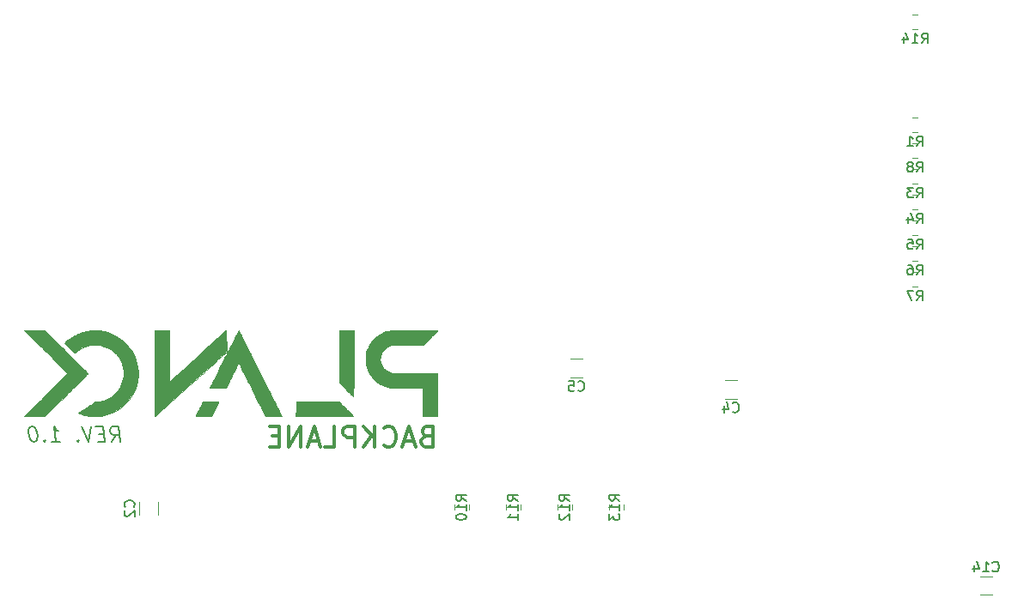
<source format=gbr>
G04 #@! TF.GenerationSoftware,KiCad,Pcbnew,(5.1.6-0-10_14)*
G04 #@! TF.CreationDate,2021-03-04T13:25:14+01:00*
G04 #@! TF.ProjectId,backplane,6261636b-706c-4616-9e65-2e6b69636164,rev?*
G04 #@! TF.SameCoordinates,Original*
G04 #@! TF.FileFunction,Legend,Bot*
G04 #@! TF.FilePolarity,Positive*
%FSLAX46Y46*%
G04 Gerber Fmt 4.6, Leading zero omitted, Abs format (unit mm)*
G04 Created by KiCad (PCBNEW (5.1.6-0-10_14)) date 2021-03-04 13:25:14*
%MOMM*%
%LPD*%
G01*
G04 APERTURE LIST*
%ADD10C,0.300000*%
%ADD11C,0.200000*%
%ADD12C,0.120000*%
%ADD13C,0.010000*%
%ADD14C,0.150000*%
G04 APERTURE END LIST*
D10*
X40826142Y-79867142D02*
X40540428Y-79962380D01*
X40445190Y-80057619D01*
X40349952Y-80248095D01*
X40349952Y-80533809D01*
X40445190Y-80724285D01*
X40540428Y-80819523D01*
X40730904Y-80914761D01*
X41492809Y-80914761D01*
X41492809Y-78914761D01*
X40826142Y-78914761D01*
X40635666Y-79010000D01*
X40540428Y-79105238D01*
X40445190Y-79295714D01*
X40445190Y-79486190D01*
X40540428Y-79676666D01*
X40635666Y-79771904D01*
X40826142Y-79867142D01*
X41492809Y-79867142D01*
X39588047Y-80343333D02*
X38635666Y-80343333D01*
X39778523Y-80914761D02*
X39111857Y-78914761D01*
X38445190Y-80914761D01*
X36635666Y-80724285D02*
X36730904Y-80819523D01*
X37016619Y-80914761D01*
X37207095Y-80914761D01*
X37492809Y-80819523D01*
X37683285Y-80629047D01*
X37778523Y-80438571D01*
X37873761Y-80057619D01*
X37873761Y-79771904D01*
X37778523Y-79390952D01*
X37683285Y-79200476D01*
X37492809Y-79010000D01*
X37207095Y-78914761D01*
X37016619Y-78914761D01*
X36730904Y-79010000D01*
X36635666Y-79105238D01*
X35778523Y-80914761D02*
X35778523Y-78914761D01*
X34635666Y-80914761D02*
X35492809Y-79771904D01*
X34635666Y-78914761D02*
X35778523Y-80057619D01*
X33778523Y-80914761D02*
X33778523Y-78914761D01*
X33016619Y-78914761D01*
X32826142Y-79010000D01*
X32730904Y-79105238D01*
X32635666Y-79295714D01*
X32635666Y-79581428D01*
X32730904Y-79771904D01*
X32826142Y-79867142D01*
X33016619Y-79962380D01*
X33778523Y-79962380D01*
X30826142Y-80914761D02*
X31778523Y-80914761D01*
X31778523Y-78914761D01*
X30254714Y-80343333D02*
X29302333Y-80343333D01*
X30445190Y-80914761D02*
X29778523Y-78914761D01*
X29111857Y-80914761D01*
X28445190Y-80914761D02*
X28445190Y-78914761D01*
X27302333Y-80914761D01*
X27302333Y-78914761D01*
X26349952Y-79867142D02*
X25683285Y-79867142D01*
X25397571Y-80914761D02*
X26349952Y-80914761D01*
X26349952Y-78914761D01*
X25397571Y-78914761D01*
D11*
X9807964Y-80434571D02*
X10218678Y-79720285D01*
X10665107Y-80434571D02*
X10477607Y-78934571D01*
X9906178Y-78934571D01*
X9772250Y-79006000D01*
X9709750Y-79077428D01*
X9656178Y-79220285D01*
X9682964Y-79434571D01*
X9772250Y-79577428D01*
X9852607Y-79648857D01*
X10004392Y-79720285D01*
X10575821Y-79720285D01*
X9066892Y-79648857D02*
X8566892Y-79648857D01*
X8450821Y-80434571D02*
X9165107Y-80434571D01*
X8977607Y-78934571D01*
X8263321Y-78934571D01*
X7834750Y-78934571D02*
X7522250Y-80434571D01*
X6834750Y-78934571D01*
X6504392Y-80291714D02*
X6441892Y-80363142D01*
X6522250Y-80434571D01*
X6584750Y-80363142D01*
X6504392Y-80291714D01*
X6522250Y-80434571D01*
X3879392Y-80434571D02*
X4736535Y-80434571D01*
X4307964Y-80434571D02*
X4120464Y-78934571D01*
X4290107Y-79148857D01*
X4450821Y-79291714D01*
X4602607Y-79363142D01*
X3218678Y-80291714D02*
X3156178Y-80363142D01*
X3236535Y-80434571D01*
X3299035Y-80363142D01*
X3218678Y-80291714D01*
X3236535Y-80434571D01*
X2049035Y-78934571D02*
X1906178Y-78934571D01*
X1772250Y-79006000D01*
X1709750Y-79077428D01*
X1656178Y-79220285D01*
X1620464Y-79506000D01*
X1665107Y-79863142D01*
X1772250Y-80148857D01*
X1861535Y-80291714D01*
X1941892Y-80363142D01*
X2093678Y-80434571D01*
X2236535Y-80434571D01*
X2370464Y-80363142D01*
X2432964Y-80291714D01*
X2486535Y-80148857D01*
X2522250Y-79863142D01*
X2477607Y-79506000D01*
X2370464Y-79220285D01*
X2281178Y-79077428D01*
X2200821Y-79006000D01*
X2049035Y-78934571D01*
D12*
G04 #@! TO.C,C2*
X14372000Y-86392936D02*
X14372000Y-87597064D01*
X12552000Y-86392936D02*
X12552000Y-87597064D01*
G04 #@! TO.C,C5*
X55023936Y-74062000D02*
X56228064Y-74062000D01*
X55023936Y-72242000D02*
X56228064Y-72242000D01*
G04 #@! TO.C,C4*
X70263936Y-76157500D02*
X71468064Y-76157500D01*
X70263936Y-74337500D02*
X71468064Y-74337500D01*
D13*
G04 #@! TO.C,G\u002A\u002A\u002A*
G36*
X32243613Y-74564875D02*
G01*
X32550340Y-74871792D01*
X32635428Y-74957003D01*
X32734890Y-75056730D01*
X32843769Y-75165994D01*
X32957109Y-75279818D01*
X33069951Y-75393224D01*
X33177339Y-75501233D01*
X33240688Y-75565000D01*
X33325560Y-75650147D01*
X33405057Y-75729296D01*
X33476974Y-75800298D01*
X33539110Y-75861005D01*
X33589261Y-75909269D01*
X33625225Y-75942941D01*
X33644799Y-75959873D01*
X33647096Y-75961346D01*
X33649231Y-75951805D01*
X33651281Y-75921596D01*
X33653244Y-75871215D01*
X33655116Y-75801160D01*
X33656893Y-75711928D01*
X33658572Y-75604016D01*
X33660149Y-75477924D01*
X33661621Y-75334147D01*
X33662985Y-75173183D01*
X33664236Y-74995530D01*
X33665372Y-74801686D01*
X33666389Y-74592147D01*
X33667283Y-74367411D01*
X33668051Y-74127976D01*
X33668690Y-73874340D01*
X33669196Y-73606999D01*
X33669566Y-73326452D01*
X33669796Y-73033195D01*
X33669882Y-72727726D01*
X33669883Y-72699033D01*
X33669883Y-69426667D01*
X32230911Y-69426667D01*
X32243613Y-74564875D01*
G37*
X32243613Y-74564875D02*
X32550340Y-74871792D01*
X32635428Y-74957003D01*
X32734890Y-75056730D01*
X32843769Y-75165994D01*
X32957109Y-75279818D01*
X33069951Y-75393224D01*
X33177339Y-75501233D01*
X33240688Y-75565000D01*
X33325560Y-75650147D01*
X33405057Y-75729296D01*
X33476974Y-75800298D01*
X33539110Y-75861005D01*
X33589261Y-75909269D01*
X33625225Y-75942941D01*
X33644799Y-75959873D01*
X33647096Y-75961346D01*
X33649231Y-75951805D01*
X33651281Y-75921596D01*
X33653244Y-75871215D01*
X33655116Y-75801160D01*
X33656893Y-75711928D01*
X33658572Y-75604016D01*
X33660149Y-75477924D01*
X33661621Y-75334147D01*
X33662985Y-75173183D01*
X33664236Y-74995530D01*
X33665372Y-74801686D01*
X33666389Y-74592147D01*
X33667283Y-74367411D01*
X33668051Y-74127976D01*
X33668690Y-73874340D01*
X33669196Y-73606999D01*
X33669566Y-73326452D01*
X33669796Y-73033195D01*
X33669882Y-72727726D01*
X33669883Y-72699033D01*
X33669883Y-69426667D01*
X32230911Y-69426667D01*
X32243613Y-74564875D01*
G36*
X1964551Y-69426793D02*
G01*
X1751835Y-69427205D01*
X1581322Y-69427951D01*
X1449309Y-69429082D01*
X1352094Y-69430647D01*
X1285976Y-69432694D01*
X1247252Y-69435275D01*
X1232221Y-69438437D01*
X1232030Y-69439896D01*
X1242803Y-69450754D01*
X1272206Y-69480178D01*
X1319344Y-69527273D01*
X1383321Y-69591146D01*
X1463242Y-69670904D01*
X1558210Y-69765654D01*
X1667331Y-69874502D01*
X1789707Y-69996556D01*
X1924444Y-70130921D01*
X2070645Y-70276704D01*
X2227415Y-70433013D01*
X2393858Y-70598953D01*
X2569079Y-70773632D01*
X2752180Y-70956157D01*
X2942268Y-71145633D01*
X3138446Y-71341168D01*
X3339818Y-71541869D01*
X3354561Y-71556562D01*
X5465105Y-73660000D01*
X3354561Y-75763437D01*
X3152848Y-75964477D01*
X2956265Y-76160416D01*
X2765706Y-76350360D01*
X2582069Y-76533417D01*
X2406249Y-76708694D01*
X2239141Y-76875297D01*
X2081641Y-77032332D01*
X1934645Y-77178907D01*
X1799049Y-77314127D01*
X1675749Y-77437101D01*
X1565639Y-77546934D01*
X1469617Y-77642734D01*
X1388578Y-77723607D01*
X1323418Y-77788659D01*
X1275031Y-77836997D01*
X1244315Y-77867729D01*
X1232165Y-77879961D01*
X1232030Y-77880104D01*
X1238513Y-77883517D01*
X1267190Y-77886329D01*
X1321766Y-77888587D01*
X1405944Y-77890341D01*
X1523427Y-77891642D01*
X1677919Y-77892538D01*
X1873123Y-77893078D01*
X2112743Y-77893314D01*
X2222322Y-77893333D01*
X3224601Y-77893333D01*
X4114544Y-77012271D01*
X4268406Y-76859924D01*
X4433549Y-76696369D01*
X4606532Y-76525016D01*
X4783914Y-76349277D01*
X4962251Y-76172563D01*
X5138102Y-75998284D01*
X5308024Y-75829852D01*
X5468576Y-75670678D01*
X5616315Y-75524172D01*
X5745865Y-75395667D01*
X5881540Y-75261102D01*
X6024245Y-75119645D01*
X6170784Y-74974455D01*
X6317965Y-74828696D01*
X6462592Y-74685529D01*
X6601471Y-74548115D01*
X6731408Y-74419617D01*
X6849210Y-74303196D01*
X6951680Y-74202014D01*
X6981688Y-74172407D01*
X7078593Y-74076486D01*
X7169213Y-73986139D01*
X7251670Y-73903285D01*
X7324082Y-73829843D01*
X7384572Y-73767733D01*
X7431261Y-73718873D01*
X7462268Y-73685183D01*
X7475715Y-73668581D01*
X7476133Y-73667460D01*
X7466483Y-73656121D01*
X7438172Y-73626296D01*
X7392153Y-73578943D01*
X7329381Y-73515018D01*
X7250809Y-73435478D01*
X7157393Y-73341279D01*
X7050085Y-73233377D01*
X6929841Y-73112730D01*
X6797615Y-72980295D01*
X6654361Y-72837026D01*
X6501032Y-72683882D01*
X6338585Y-72521818D01*
X6167972Y-72351792D01*
X5990148Y-72174759D01*
X5806067Y-71991677D01*
X5618875Y-71805677D01*
X5425200Y-71613321D01*
X5234250Y-71423655D01*
X5047167Y-71237816D01*
X4865096Y-71056941D01*
X4689179Y-70882167D01*
X4520561Y-70714630D01*
X4360385Y-70555466D01*
X4209795Y-70405813D01*
X4069934Y-70266807D01*
X3941947Y-70139584D01*
X3826976Y-70025281D01*
X3726166Y-69925035D01*
X3640659Y-69839981D01*
X3571601Y-69771258D01*
X3520133Y-69720000D01*
X3493958Y-69693896D01*
X3226299Y-69426667D01*
X2223171Y-69426667D01*
X1964551Y-69426793D01*
G37*
X1964551Y-69426793D02*
X1751835Y-69427205D01*
X1581322Y-69427951D01*
X1449309Y-69429082D01*
X1352094Y-69430647D01*
X1285976Y-69432694D01*
X1247252Y-69435275D01*
X1232221Y-69438437D01*
X1232030Y-69439896D01*
X1242803Y-69450754D01*
X1272206Y-69480178D01*
X1319344Y-69527273D01*
X1383321Y-69591146D01*
X1463242Y-69670904D01*
X1558210Y-69765654D01*
X1667331Y-69874502D01*
X1789707Y-69996556D01*
X1924444Y-70130921D01*
X2070645Y-70276704D01*
X2227415Y-70433013D01*
X2393858Y-70598953D01*
X2569079Y-70773632D01*
X2752180Y-70956157D01*
X2942268Y-71145633D01*
X3138446Y-71341168D01*
X3339818Y-71541869D01*
X3354561Y-71556562D01*
X5465105Y-73660000D01*
X3354561Y-75763437D01*
X3152848Y-75964477D01*
X2956265Y-76160416D01*
X2765706Y-76350360D01*
X2582069Y-76533417D01*
X2406249Y-76708694D01*
X2239141Y-76875297D01*
X2081641Y-77032332D01*
X1934645Y-77178907D01*
X1799049Y-77314127D01*
X1675749Y-77437101D01*
X1565639Y-77546934D01*
X1469617Y-77642734D01*
X1388578Y-77723607D01*
X1323418Y-77788659D01*
X1275031Y-77836997D01*
X1244315Y-77867729D01*
X1232165Y-77879961D01*
X1232030Y-77880104D01*
X1238513Y-77883517D01*
X1267190Y-77886329D01*
X1321766Y-77888587D01*
X1405944Y-77890341D01*
X1523427Y-77891642D01*
X1677919Y-77892538D01*
X1873123Y-77893078D01*
X2112743Y-77893314D01*
X2222322Y-77893333D01*
X3224601Y-77893333D01*
X4114544Y-77012271D01*
X4268406Y-76859924D01*
X4433549Y-76696369D01*
X4606532Y-76525016D01*
X4783914Y-76349277D01*
X4962251Y-76172563D01*
X5138102Y-75998284D01*
X5308024Y-75829852D01*
X5468576Y-75670678D01*
X5616315Y-75524172D01*
X5745865Y-75395667D01*
X5881540Y-75261102D01*
X6024245Y-75119645D01*
X6170784Y-74974455D01*
X6317965Y-74828696D01*
X6462592Y-74685529D01*
X6601471Y-74548115D01*
X6731408Y-74419617D01*
X6849210Y-74303196D01*
X6951680Y-74202014D01*
X6981688Y-74172407D01*
X7078593Y-74076486D01*
X7169213Y-73986139D01*
X7251670Y-73903285D01*
X7324082Y-73829843D01*
X7384572Y-73767733D01*
X7431261Y-73718873D01*
X7462268Y-73685183D01*
X7475715Y-73668581D01*
X7476133Y-73667460D01*
X7466483Y-73656121D01*
X7438172Y-73626296D01*
X7392153Y-73578943D01*
X7329381Y-73515018D01*
X7250809Y-73435478D01*
X7157393Y-73341279D01*
X7050085Y-73233377D01*
X6929841Y-73112730D01*
X6797615Y-72980295D01*
X6654361Y-72837026D01*
X6501032Y-72683882D01*
X6338585Y-72521818D01*
X6167972Y-72351792D01*
X5990148Y-72174759D01*
X5806067Y-71991677D01*
X5618875Y-71805677D01*
X5425200Y-71613321D01*
X5234250Y-71423655D01*
X5047167Y-71237816D01*
X4865096Y-71056941D01*
X4689179Y-70882167D01*
X4520561Y-70714630D01*
X4360385Y-70555466D01*
X4209795Y-70405813D01*
X4069934Y-70266807D01*
X3941947Y-70139584D01*
X3826976Y-70025281D01*
X3726166Y-69925035D01*
X3640659Y-69839981D01*
X3571601Y-69771258D01*
X3520133Y-69720000D01*
X3493958Y-69693896D01*
X3226299Y-69426667D01*
X2223171Y-69426667D01*
X1964551Y-69426793D01*
G36*
X8095925Y-69427473D02*
G01*
X7957777Y-69430200D01*
X7837682Y-69434841D01*
X7749114Y-69441321D01*
X7743993Y-69441893D01*
X7554697Y-69465772D01*
X7394006Y-69491176D01*
X7244373Y-69521545D01*
X7088249Y-69560321D01*
X6963139Y-69595044D01*
X6768322Y-69658269D01*
X6559822Y-69740119D01*
X6340793Y-69839307D01*
X6232444Y-69892903D01*
X6098188Y-69966290D01*
X5952483Y-70055041D01*
X5801553Y-70154740D01*
X5651621Y-70260973D01*
X5508910Y-70369324D01*
X5379643Y-70475378D01*
X5270043Y-70574722D01*
X5266421Y-70578235D01*
X5164506Y-70677386D01*
X5226916Y-70737297D01*
X5264147Y-70773172D01*
X5315627Y-70822976D01*
X5378864Y-70884281D01*
X5451365Y-70954660D01*
X5530638Y-71031686D01*
X5614190Y-71112933D01*
X5699527Y-71195973D01*
X5784159Y-71278380D01*
X5865591Y-71357726D01*
X5941331Y-71431585D01*
X6008886Y-71497529D01*
X6065764Y-71553132D01*
X6109473Y-71595967D01*
X6137518Y-71623607D01*
X6146633Y-71632757D01*
X6159106Y-71644586D01*
X6171470Y-71649563D01*
X6187786Y-71645447D01*
X6212111Y-71629995D01*
X6248506Y-71600965D01*
X6301030Y-71556115D01*
X6328651Y-71532216D01*
X6514058Y-71384343D01*
X6708008Y-71255094D01*
X6914461Y-71142016D01*
X7084411Y-71064437D01*
X7175814Y-71026928D01*
X7256839Y-70995511D01*
X7320086Y-70972922D01*
X7358159Y-70961895D01*
X7363499Y-70961250D01*
X7400010Y-70956374D01*
X7405853Y-70953312D01*
X7434970Y-70942147D01*
X7497094Y-70926308D01*
X7578926Y-70908721D01*
X7667168Y-70892308D01*
X7724571Y-70883236D01*
X7942136Y-70861515D01*
X8177078Y-70854524D01*
X8411398Y-70862268D01*
X8615732Y-70883087D01*
X8858540Y-70928845D01*
X9093314Y-70995179D01*
X9319440Y-71081733D01*
X9536303Y-71188154D01*
X9743288Y-71314089D01*
X9939782Y-71459183D01*
X10125171Y-71623083D01*
X10298839Y-71805435D01*
X10375501Y-71896502D01*
X10563780Y-72156804D01*
X10720249Y-72433285D01*
X10844871Y-72725867D01*
X10937608Y-73034473D01*
X10953699Y-73104375D01*
X10963494Y-73163349D01*
X10971528Y-73239986D01*
X10977799Y-73330793D01*
X10982308Y-73432280D01*
X10985055Y-73540955D01*
X10986040Y-73653328D01*
X10985263Y-73765907D01*
X10982724Y-73875200D01*
X10978423Y-73977717D01*
X10972359Y-74069967D01*
X10964534Y-74148457D01*
X10954947Y-74209698D01*
X10953699Y-74215625D01*
X10881243Y-74489559D01*
X10786351Y-74746699D01*
X10667596Y-74989424D01*
X10523548Y-75220116D01*
X10352777Y-75441154D01*
X10153856Y-75654921D01*
X10007166Y-75792542D01*
X9865665Y-75909448D01*
X9712705Y-76018678D01*
X9552394Y-76117998D01*
X9388839Y-76205177D01*
X9226145Y-76277982D01*
X9068420Y-76334183D01*
X8955276Y-76364223D01*
X8894769Y-76378879D01*
X8836654Y-76394330D01*
X8724655Y-76418978D01*
X8583438Y-76440371D01*
X8433382Y-76455711D01*
X8353740Y-76460588D01*
X8269139Y-76465126D01*
X8204081Y-76470154D01*
X8176396Y-76473871D01*
X8152173Y-76485597D01*
X8110900Y-76510345D01*
X8061076Y-76542991D01*
X8056030Y-76546438D01*
X8011345Y-76576739D01*
X7944334Y-76621728D01*
X7859630Y-76678324D01*
X7761868Y-76743447D01*
X7655681Y-76814016D01*
X7545702Y-76886951D01*
X7436567Y-76959172D01*
X7332908Y-77027597D01*
X7263748Y-77073125D01*
X7091873Y-77186318D01*
X6941257Y-77285947D01*
X6812816Y-77371393D01*
X6707467Y-77442041D01*
X6626127Y-77497274D01*
X6569711Y-77536475D01*
X6539137Y-77559027D01*
X6533554Y-77564442D01*
X6552190Y-77577797D01*
X6602588Y-77600572D01*
X6676485Y-77629684D01*
X6765615Y-77662049D01*
X6861715Y-77694582D01*
X6956522Y-77724199D01*
X6980039Y-77731070D01*
X7158783Y-77779076D01*
X7328546Y-77816633D01*
X7508094Y-77847354D01*
X7716194Y-77874850D01*
X7743993Y-77878107D01*
X7818923Y-77883972D01*
X7923461Y-77888463D01*
X8046352Y-77891515D01*
X8176343Y-77893061D01*
X8302180Y-77893037D01*
X8412608Y-77891377D01*
X8496375Y-77888015D01*
X8542226Y-77882886D01*
X8542734Y-77882750D01*
X8598093Y-77874125D01*
X8634117Y-77872329D01*
X8682388Y-77868235D01*
X8761200Y-77857651D01*
X8855958Y-77842874D01*
X8952069Y-77826197D01*
X9034936Y-77809915D01*
X9045029Y-77807714D01*
X9304308Y-77740774D01*
X9566286Y-77655075D01*
X9825847Y-77552761D01*
X10077877Y-77435976D01*
X10317261Y-77306864D01*
X10482073Y-77205417D01*
X10765638Y-77004432D01*
X11029089Y-76784693D01*
X11271987Y-76546873D01*
X11493892Y-76291648D01*
X11694365Y-76019693D01*
X11872968Y-75731684D01*
X12029261Y-75428295D01*
X12162805Y-75110202D01*
X12273161Y-74778081D01*
X12359889Y-74432605D01*
X12391880Y-74268542D01*
X12400549Y-74205533D01*
X12407713Y-74124714D01*
X12413374Y-74029432D01*
X12417531Y-73923033D01*
X12420185Y-73808864D01*
X12421335Y-73690271D01*
X12420982Y-73570602D01*
X12419126Y-73453203D01*
X12415766Y-73341420D01*
X12410903Y-73238601D01*
X12404537Y-73148091D01*
X12396668Y-73073239D01*
X12391856Y-73040875D01*
X12316689Y-72683565D01*
X12215307Y-72338802D01*
X12088175Y-72007401D01*
X11935760Y-71690178D01*
X11758527Y-71387950D01*
X11556941Y-71101533D01*
X11331468Y-70831743D01*
X11082573Y-70579396D01*
X10892542Y-70411805D01*
X10674053Y-70242551D01*
X10441697Y-70086368D01*
X10197868Y-69944312D01*
X9944960Y-69817440D01*
X9685364Y-69706807D01*
X9421474Y-69613470D01*
X9155683Y-69538484D01*
X8890383Y-69482906D01*
X8734970Y-69459635D01*
X8647831Y-69448542D01*
X8563579Y-69437764D01*
X8559577Y-69437250D01*
X8483953Y-69431550D01*
X8372487Y-69428072D01*
X8238653Y-69426738D01*
X8095925Y-69427473D01*
G37*
X8095925Y-69427473D02*
X7957777Y-69430200D01*
X7837682Y-69434841D01*
X7749114Y-69441321D01*
X7743993Y-69441893D01*
X7554697Y-69465772D01*
X7394006Y-69491176D01*
X7244373Y-69521545D01*
X7088249Y-69560321D01*
X6963139Y-69595044D01*
X6768322Y-69658269D01*
X6559822Y-69740119D01*
X6340793Y-69839307D01*
X6232444Y-69892903D01*
X6098188Y-69966290D01*
X5952483Y-70055041D01*
X5801553Y-70154740D01*
X5651621Y-70260973D01*
X5508910Y-70369324D01*
X5379643Y-70475378D01*
X5270043Y-70574722D01*
X5266421Y-70578235D01*
X5164506Y-70677386D01*
X5226916Y-70737297D01*
X5264147Y-70773172D01*
X5315627Y-70822976D01*
X5378864Y-70884281D01*
X5451365Y-70954660D01*
X5530638Y-71031686D01*
X5614190Y-71112933D01*
X5699527Y-71195973D01*
X5784159Y-71278380D01*
X5865591Y-71357726D01*
X5941331Y-71431585D01*
X6008886Y-71497529D01*
X6065764Y-71553132D01*
X6109473Y-71595967D01*
X6137518Y-71623607D01*
X6146633Y-71632757D01*
X6159106Y-71644586D01*
X6171470Y-71649563D01*
X6187786Y-71645447D01*
X6212111Y-71629995D01*
X6248506Y-71600965D01*
X6301030Y-71556115D01*
X6328651Y-71532216D01*
X6514058Y-71384343D01*
X6708008Y-71255094D01*
X6914461Y-71142016D01*
X7084411Y-71064437D01*
X7175814Y-71026928D01*
X7256839Y-70995511D01*
X7320086Y-70972922D01*
X7358159Y-70961895D01*
X7363499Y-70961250D01*
X7400010Y-70956374D01*
X7405853Y-70953312D01*
X7434970Y-70942147D01*
X7497094Y-70926308D01*
X7578926Y-70908721D01*
X7667168Y-70892308D01*
X7724571Y-70883236D01*
X7942136Y-70861515D01*
X8177078Y-70854524D01*
X8411398Y-70862268D01*
X8615732Y-70883087D01*
X8858540Y-70928845D01*
X9093314Y-70995179D01*
X9319440Y-71081733D01*
X9536303Y-71188154D01*
X9743288Y-71314089D01*
X9939782Y-71459183D01*
X10125171Y-71623083D01*
X10298839Y-71805435D01*
X10375501Y-71896502D01*
X10563780Y-72156804D01*
X10720249Y-72433285D01*
X10844871Y-72725867D01*
X10937608Y-73034473D01*
X10953699Y-73104375D01*
X10963494Y-73163349D01*
X10971528Y-73239986D01*
X10977799Y-73330793D01*
X10982308Y-73432280D01*
X10985055Y-73540955D01*
X10986040Y-73653328D01*
X10985263Y-73765907D01*
X10982724Y-73875200D01*
X10978423Y-73977717D01*
X10972359Y-74069967D01*
X10964534Y-74148457D01*
X10954947Y-74209698D01*
X10953699Y-74215625D01*
X10881243Y-74489559D01*
X10786351Y-74746699D01*
X10667596Y-74989424D01*
X10523548Y-75220116D01*
X10352777Y-75441154D01*
X10153856Y-75654921D01*
X10007166Y-75792542D01*
X9865665Y-75909448D01*
X9712705Y-76018678D01*
X9552394Y-76117998D01*
X9388839Y-76205177D01*
X9226145Y-76277982D01*
X9068420Y-76334183D01*
X8955276Y-76364223D01*
X8894769Y-76378879D01*
X8836654Y-76394330D01*
X8724655Y-76418978D01*
X8583438Y-76440371D01*
X8433382Y-76455711D01*
X8353740Y-76460588D01*
X8269139Y-76465126D01*
X8204081Y-76470154D01*
X8176396Y-76473871D01*
X8152173Y-76485597D01*
X8110900Y-76510345D01*
X8061076Y-76542991D01*
X8056030Y-76546438D01*
X8011345Y-76576739D01*
X7944334Y-76621728D01*
X7859630Y-76678324D01*
X7761868Y-76743447D01*
X7655681Y-76814016D01*
X7545702Y-76886951D01*
X7436567Y-76959172D01*
X7332908Y-77027597D01*
X7263748Y-77073125D01*
X7091873Y-77186318D01*
X6941257Y-77285947D01*
X6812816Y-77371393D01*
X6707467Y-77442041D01*
X6626127Y-77497274D01*
X6569711Y-77536475D01*
X6539137Y-77559027D01*
X6533554Y-77564442D01*
X6552190Y-77577797D01*
X6602588Y-77600572D01*
X6676485Y-77629684D01*
X6765615Y-77662049D01*
X6861715Y-77694582D01*
X6956522Y-77724199D01*
X6980039Y-77731070D01*
X7158783Y-77779076D01*
X7328546Y-77816633D01*
X7508094Y-77847354D01*
X7716194Y-77874850D01*
X7743993Y-77878107D01*
X7818923Y-77883972D01*
X7923461Y-77888463D01*
X8046352Y-77891515D01*
X8176343Y-77893061D01*
X8302180Y-77893037D01*
X8412608Y-77891377D01*
X8496375Y-77888015D01*
X8542226Y-77882886D01*
X8542734Y-77882750D01*
X8598093Y-77874125D01*
X8634117Y-77872329D01*
X8682388Y-77868235D01*
X8761200Y-77857651D01*
X8855958Y-77842874D01*
X8952069Y-77826197D01*
X9034936Y-77809915D01*
X9045029Y-77807714D01*
X9304308Y-77740774D01*
X9566286Y-77655075D01*
X9825847Y-77552761D01*
X10077877Y-77435976D01*
X10317261Y-77306864D01*
X10482073Y-77205417D01*
X10765638Y-77004432D01*
X11029089Y-76784693D01*
X11271987Y-76546873D01*
X11493892Y-76291648D01*
X11694365Y-76019693D01*
X11872968Y-75731684D01*
X12029261Y-75428295D01*
X12162805Y-75110202D01*
X12273161Y-74778081D01*
X12359889Y-74432605D01*
X12391880Y-74268542D01*
X12400549Y-74205533D01*
X12407713Y-74124714D01*
X12413374Y-74029432D01*
X12417531Y-73923033D01*
X12420185Y-73808864D01*
X12421335Y-73690271D01*
X12420982Y-73570602D01*
X12419126Y-73453203D01*
X12415766Y-73341420D01*
X12410903Y-73238601D01*
X12404537Y-73148091D01*
X12396668Y-73073239D01*
X12391856Y-73040875D01*
X12316689Y-72683565D01*
X12215307Y-72338802D01*
X12088175Y-72007401D01*
X11935760Y-71690178D01*
X11758527Y-71387950D01*
X11556941Y-71101533D01*
X11331468Y-70831743D01*
X11082573Y-70579396D01*
X10892542Y-70411805D01*
X10674053Y-70242551D01*
X10441697Y-70086368D01*
X10197868Y-69944312D01*
X9944960Y-69817440D01*
X9685364Y-69706807D01*
X9421474Y-69613470D01*
X9155683Y-69538484D01*
X8890383Y-69482906D01*
X8734970Y-69459635D01*
X8647831Y-69448542D01*
X8563579Y-69437764D01*
X8559577Y-69437250D01*
X8483953Y-69431550D01*
X8372487Y-69428072D01*
X8238653Y-69426738D01*
X8095925Y-69427473D01*
G36*
X14074179Y-73660000D02*
G01*
X14074196Y-73958116D01*
X14074244Y-74250821D01*
X14074323Y-74537405D01*
X14074431Y-74817160D01*
X14074568Y-75089377D01*
X14074733Y-75353348D01*
X14074923Y-75608365D01*
X14075139Y-75853719D01*
X14075379Y-76088702D01*
X14075643Y-76312605D01*
X14075928Y-76524719D01*
X14076233Y-76724337D01*
X14076559Y-76910750D01*
X14076903Y-77083249D01*
X14077265Y-77241126D01*
X14077643Y-77383673D01*
X14078036Y-77510181D01*
X14078444Y-77619941D01*
X14078864Y-77712246D01*
X14079297Y-77786386D01*
X14079740Y-77841653D01*
X14080194Y-77877339D01*
X14080656Y-77892736D01*
X14080767Y-77893333D01*
X14092822Y-77884224D01*
X14122650Y-77858803D01*
X14166997Y-77819928D01*
X14222606Y-77770459D01*
X14286223Y-77713255D01*
X14300670Y-77700187D01*
X14331313Y-77672539D01*
X14382228Y-77626723D01*
X14452362Y-77563685D01*
X14540663Y-77484368D01*
X14646078Y-77389718D01*
X14767554Y-77280677D01*
X14904039Y-77158191D01*
X15054481Y-77023204D01*
X15217826Y-76876660D01*
X15393022Y-76719504D01*
X15579016Y-76552679D01*
X15774756Y-76377131D01*
X15979189Y-76193803D01*
X16191262Y-76003640D01*
X16409924Y-75807586D01*
X16634120Y-75606586D01*
X16862799Y-75401583D01*
X16969754Y-75305708D01*
X17210256Y-75090123D01*
X17452275Y-74873174D01*
X17694378Y-74656148D01*
X17935131Y-74440329D01*
X18173102Y-74227002D01*
X18406857Y-74017452D01*
X18634962Y-73812963D01*
X18855986Y-73614821D01*
X19068494Y-73424311D01*
X19271053Y-73242716D01*
X19462231Y-73071323D01*
X19640593Y-72911416D01*
X19804707Y-72764280D01*
X19953139Y-72631199D01*
X20084456Y-72513459D01*
X20197225Y-72412345D01*
X20284636Y-72333962D01*
X21143751Y-71563549D01*
X21131113Y-69428299D01*
X18552311Y-71742587D01*
X18316803Y-71953936D01*
X18085526Y-72161483D01*
X17859489Y-72364325D01*
X17639698Y-72561558D01*
X17427162Y-72752275D01*
X17222890Y-72935574D01*
X17027889Y-73110549D01*
X16843167Y-73276296D01*
X16669733Y-73431910D01*
X16508595Y-73576487D01*
X16360760Y-73709123D01*
X16227238Y-73828912D01*
X16109036Y-73934950D01*
X16007161Y-74026334D01*
X15922623Y-74102157D01*
X15856430Y-74161516D01*
X15809589Y-74203507D01*
X15784243Y-74226208D01*
X15719015Y-74284570D01*
X15657787Y-74339357D01*
X15605183Y-74386433D01*
X15565825Y-74421659D01*
X15547714Y-74437875D01*
X15542611Y-74442171D01*
X15537886Y-74445052D01*
X15533523Y-74445740D01*
X15529504Y-74443458D01*
X15525814Y-74437429D01*
X15522435Y-74426876D01*
X15519351Y-74411021D01*
X15516545Y-74389087D01*
X15514001Y-74360298D01*
X15511700Y-74323875D01*
X15509628Y-74279042D01*
X15507766Y-74225022D01*
X15506099Y-74161037D01*
X15504609Y-74086310D01*
X15503280Y-74000065D01*
X15502095Y-73901523D01*
X15501037Y-73789908D01*
X15500090Y-73664443D01*
X15499236Y-73524350D01*
X15498460Y-73368852D01*
X15497744Y-73197173D01*
X15497072Y-73008534D01*
X15496426Y-72802158D01*
X15495791Y-72577270D01*
X15495148Y-72333090D01*
X15494483Y-72068843D01*
X15494197Y-71953437D01*
X15487944Y-69426667D01*
X14074179Y-69426667D01*
X14074179Y-73660000D01*
G37*
X14074179Y-73660000D02*
X14074196Y-73958116D01*
X14074244Y-74250821D01*
X14074323Y-74537405D01*
X14074431Y-74817160D01*
X14074568Y-75089377D01*
X14074733Y-75353348D01*
X14074923Y-75608365D01*
X14075139Y-75853719D01*
X14075379Y-76088702D01*
X14075643Y-76312605D01*
X14075928Y-76524719D01*
X14076233Y-76724337D01*
X14076559Y-76910750D01*
X14076903Y-77083249D01*
X14077265Y-77241126D01*
X14077643Y-77383673D01*
X14078036Y-77510181D01*
X14078444Y-77619941D01*
X14078864Y-77712246D01*
X14079297Y-77786386D01*
X14079740Y-77841653D01*
X14080194Y-77877339D01*
X14080656Y-77892736D01*
X14080767Y-77893333D01*
X14092822Y-77884224D01*
X14122650Y-77858803D01*
X14166997Y-77819928D01*
X14222606Y-77770459D01*
X14286223Y-77713255D01*
X14300670Y-77700187D01*
X14331313Y-77672539D01*
X14382228Y-77626723D01*
X14452362Y-77563685D01*
X14540663Y-77484368D01*
X14646078Y-77389718D01*
X14767554Y-77280677D01*
X14904039Y-77158191D01*
X15054481Y-77023204D01*
X15217826Y-76876660D01*
X15393022Y-76719504D01*
X15579016Y-76552679D01*
X15774756Y-76377131D01*
X15979189Y-76193803D01*
X16191262Y-76003640D01*
X16409924Y-75807586D01*
X16634120Y-75606586D01*
X16862799Y-75401583D01*
X16969754Y-75305708D01*
X17210256Y-75090123D01*
X17452275Y-74873174D01*
X17694378Y-74656148D01*
X17935131Y-74440329D01*
X18173102Y-74227002D01*
X18406857Y-74017452D01*
X18634962Y-73812963D01*
X18855986Y-73614821D01*
X19068494Y-73424311D01*
X19271053Y-73242716D01*
X19462231Y-73071323D01*
X19640593Y-72911416D01*
X19804707Y-72764280D01*
X19953139Y-72631199D01*
X20084456Y-72513459D01*
X20197225Y-72412345D01*
X20284636Y-72333962D01*
X21143751Y-71563549D01*
X21131113Y-69428299D01*
X18552311Y-71742587D01*
X18316803Y-71953936D01*
X18085526Y-72161483D01*
X17859489Y-72364325D01*
X17639698Y-72561558D01*
X17427162Y-72752275D01*
X17222890Y-72935574D01*
X17027889Y-73110549D01*
X16843167Y-73276296D01*
X16669733Y-73431910D01*
X16508595Y-73576487D01*
X16360760Y-73709123D01*
X16227238Y-73828912D01*
X16109036Y-73934950D01*
X16007161Y-74026334D01*
X15922623Y-74102157D01*
X15856430Y-74161516D01*
X15809589Y-74203507D01*
X15784243Y-74226208D01*
X15719015Y-74284570D01*
X15657787Y-74339357D01*
X15605183Y-74386433D01*
X15565825Y-74421659D01*
X15547714Y-74437875D01*
X15542611Y-74442171D01*
X15537886Y-74445052D01*
X15533523Y-74445740D01*
X15529504Y-74443458D01*
X15525814Y-74437429D01*
X15522435Y-74426876D01*
X15519351Y-74411021D01*
X15516545Y-74389087D01*
X15514001Y-74360298D01*
X15511700Y-74323875D01*
X15509628Y-74279042D01*
X15507766Y-74225022D01*
X15506099Y-74161037D01*
X15504609Y-74086310D01*
X15503280Y-74000065D01*
X15502095Y-73901523D01*
X15501037Y-73789908D01*
X15500090Y-73664443D01*
X15499236Y-73524350D01*
X15498460Y-73368852D01*
X15497744Y-73197173D01*
X15497072Y-73008534D01*
X15496426Y-72802158D01*
X15495791Y-72577270D01*
X15495148Y-72333090D01*
X15494483Y-72068843D01*
X15494197Y-71953437D01*
X15487944Y-69426667D01*
X14074179Y-69426667D01*
X14074179Y-73660000D01*
G36*
X19370297Y-76475629D02*
G01*
X19210782Y-76476264D01*
X19067743Y-76477246D01*
X18948523Y-76478577D01*
X18860462Y-76480253D01*
X18810903Y-76482276D01*
X18802813Y-76483444D01*
X18795810Y-76494821D01*
X18779486Y-76524821D01*
X18754893Y-76571368D01*
X18723085Y-76632387D01*
X18685115Y-76705801D01*
X18642038Y-76789535D01*
X18594906Y-76881514D01*
X18544773Y-76979661D01*
X18492693Y-77081900D01*
X18439719Y-77186157D01*
X18386906Y-77290355D01*
X18335305Y-77392419D01*
X18285971Y-77490272D01*
X18239958Y-77581840D01*
X18198319Y-77665046D01*
X18162107Y-77737815D01*
X18132377Y-77798070D01*
X18110181Y-77843737D01*
X18096573Y-77872740D01*
X18092539Y-77882846D01*
X18117021Y-77886009D01*
X18189207Y-77888640D01*
X18307206Y-77890712D01*
X18469126Y-77892201D01*
X18673075Y-77893081D01*
X18886289Y-77893333D01*
X19079059Y-77893075D01*
X19254935Y-77892344D01*
X19408047Y-77891204D01*
X19532522Y-77889717D01*
X19622492Y-77887948D01*
X19672087Y-77885959D01*
X19680039Y-77884746D01*
X19685070Y-77873190D01*
X19699598Y-77842654D01*
X19722775Y-77794862D01*
X19753754Y-77731536D01*
X19791686Y-77654397D01*
X19835724Y-77565170D01*
X19885020Y-77465575D01*
X19938726Y-77357336D01*
X19995994Y-77242175D01*
X20025109Y-77183720D01*
X20083630Y-77065831D01*
X20138684Y-76954030D01*
X20189454Y-76850039D01*
X20235121Y-76755576D01*
X20274866Y-76672362D01*
X20307872Y-76602117D01*
X20333318Y-76546560D01*
X20350387Y-76507410D01*
X20358261Y-76486389D01*
X20358509Y-76483224D01*
X20331499Y-76481033D01*
X20262229Y-76479199D01*
X20158040Y-76477721D01*
X20026276Y-76476597D01*
X19874277Y-76475827D01*
X19709387Y-76475410D01*
X19538946Y-76475344D01*
X19370297Y-76475629D01*
G37*
X19370297Y-76475629D02*
X19210782Y-76476264D01*
X19067743Y-76477246D01*
X18948523Y-76478577D01*
X18860462Y-76480253D01*
X18810903Y-76482276D01*
X18802813Y-76483444D01*
X18795810Y-76494821D01*
X18779486Y-76524821D01*
X18754893Y-76571368D01*
X18723085Y-76632387D01*
X18685115Y-76705801D01*
X18642038Y-76789535D01*
X18594906Y-76881514D01*
X18544773Y-76979661D01*
X18492693Y-77081900D01*
X18439719Y-77186157D01*
X18386906Y-77290355D01*
X18335305Y-77392419D01*
X18285971Y-77490272D01*
X18239958Y-77581840D01*
X18198319Y-77665046D01*
X18162107Y-77737815D01*
X18132377Y-77798070D01*
X18110181Y-77843737D01*
X18096573Y-77872740D01*
X18092539Y-77882846D01*
X18117021Y-77886009D01*
X18189207Y-77888640D01*
X18307206Y-77890712D01*
X18469126Y-77892201D01*
X18673075Y-77893081D01*
X18886289Y-77893333D01*
X19079059Y-77893075D01*
X19254935Y-77892344D01*
X19408047Y-77891204D01*
X19532522Y-77889717D01*
X19622492Y-77887948D01*
X19672087Y-77885959D01*
X19680039Y-77884746D01*
X19685070Y-77873190D01*
X19699598Y-77842654D01*
X19722775Y-77794862D01*
X19753754Y-77731536D01*
X19791686Y-77654397D01*
X19835724Y-77565170D01*
X19885020Y-77465575D01*
X19938726Y-77357336D01*
X19995994Y-77242175D01*
X20025109Y-77183720D01*
X20083630Y-77065831D01*
X20138684Y-76954030D01*
X20189454Y-76850039D01*
X20235121Y-76755576D01*
X20274866Y-76672362D01*
X20307872Y-76602117D01*
X20333318Y-76546560D01*
X20350387Y-76507410D01*
X20358261Y-76486389D01*
X20358509Y-76483224D01*
X20331499Y-76481033D01*
X20262229Y-76479199D01*
X20158040Y-76477721D01*
X20026276Y-76476597D01*
X19874277Y-76475827D01*
X19709387Y-76475410D01*
X19538946Y-76475344D01*
X19370297Y-76475629D01*
G36*
X22329831Y-69454967D02*
G01*
X22313235Y-69483741D01*
X22287536Y-69530856D01*
X22253341Y-69595130D01*
X22211259Y-69675382D01*
X22161898Y-69770429D01*
X22105867Y-69879091D01*
X22043774Y-70000186D01*
X21976226Y-70132533D01*
X21903833Y-70274950D01*
X21827202Y-70426256D01*
X21746942Y-70585268D01*
X21663661Y-70750806D01*
X21617536Y-70842715D01*
X21515328Y-71046549D01*
X21404497Y-71267570D01*
X21286782Y-71502313D01*
X21163919Y-71747317D01*
X21037644Y-71999117D01*
X20909695Y-72254251D01*
X20781807Y-72509255D01*
X20655719Y-72760667D01*
X20533166Y-73005023D01*
X20415886Y-73238860D01*
X20305615Y-73458715D01*
X20209963Y-73649417D01*
X20125322Y-73818255D01*
X20043591Y-73981476D01*
X19965368Y-74137873D01*
X19891252Y-74286242D01*
X19821842Y-74425377D01*
X19757737Y-74554073D01*
X19699536Y-74671126D01*
X19647837Y-74775329D01*
X19603241Y-74865478D01*
X19566345Y-74940368D01*
X19537748Y-74998794D01*
X19518050Y-75039550D01*
X19507849Y-75061431D01*
X19506496Y-75064937D01*
X19516961Y-75068762D01*
X19551147Y-75071827D01*
X19613152Y-75074201D01*
X19707076Y-75075952D01*
X19837017Y-75077148D01*
X20007076Y-75077858D01*
X20221350Y-75078150D01*
X20298484Y-75078167D01*
X20518264Y-75078096D01*
X20693536Y-75077807D01*
X20829404Y-75077181D01*
X20930969Y-75076101D01*
X21003333Y-75074449D01*
X21051599Y-75072109D01*
X21080869Y-75068962D01*
X21096244Y-75064892D01*
X21102827Y-75059780D01*
X21102918Y-75059646D01*
X21109587Y-75047073D01*
X21125906Y-75015105D01*
X21151218Y-74965049D01*
X21184868Y-74898215D01*
X21226201Y-74815912D01*
X21274561Y-74719447D01*
X21329292Y-74610132D01*
X21389740Y-74489273D01*
X21455248Y-74358181D01*
X21525161Y-74218163D01*
X21598824Y-74070529D01*
X21675581Y-73916588D01*
X21717662Y-73832148D01*
X21795668Y-73675943D01*
X21871018Y-73525739D01*
X21943058Y-73382808D01*
X22011130Y-73248421D01*
X22074579Y-73123853D01*
X22132749Y-73010373D01*
X22184984Y-72909255D01*
X22230628Y-72821771D01*
X22269025Y-72749192D01*
X22299520Y-72692792D01*
X22321455Y-72653841D01*
X22334176Y-72633613D01*
X22337037Y-72630940D01*
X22349909Y-72644419D01*
X22368445Y-72672975D01*
X22389005Y-72710891D01*
X22392550Y-72718083D01*
X22403704Y-72740671D01*
X22424698Y-72782774D01*
X22454938Y-72843213D01*
X22493831Y-72920809D01*
X22540783Y-73014386D01*
X22595202Y-73122763D01*
X22656493Y-73244762D01*
X22724063Y-73379205D01*
X22797320Y-73524914D01*
X22875668Y-73680709D01*
X22958516Y-73845413D01*
X23045270Y-74017847D01*
X23135336Y-74196833D01*
X23228121Y-74381191D01*
X23323031Y-74569744D01*
X23419474Y-74761312D01*
X23516856Y-74954718D01*
X23614583Y-75148783D01*
X23712062Y-75342329D01*
X23808700Y-75534176D01*
X23903903Y-75723148D01*
X23997078Y-75908064D01*
X24087632Y-76087746D01*
X24174971Y-76261017D01*
X24258501Y-76426697D01*
X24337630Y-76583608D01*
X24411764Y-76730572D01*
X24480310Y-76866410D01*
X24542674Y-76989944D01*
X24598263Y-77099994D01*
X24646483Y-77195383D01*
X24686741Y-77274933D01*
X24718444Y-77337464D01*
X24719878Y-77340287D01*
X25000644Y-77893199D01*
X25788193Y-77893266D01*
X25980180Y-77893088D01*
X26155250Y-77892554D01*
X26307509Y-77891709D01*
X26431062Y-77890601D01*
X26520018Y-77889279D01*
X26568482Y-77887790D01*
X26575742Y-77886921D01*
X26570654Y-77875933D01*
X26555828Y-77845564D01*
X26531920Y-77797127D01*
X26499585Y-77731939D01*
X26459480Y-77651313D01*
X26412261Y-77556566D01*
X26358584Y-77449011D01*
X26299104Y-77329965D01*
X26234478Y-77200741D01*
X26165361Y-77062656D01*
X26092410Y-76917023D01*
X26016280Y-76765158D01*
X25991032Y-76714817D01*
X25903391Y-76540094D01*
X25807006Y-76347940D01*
X25703515Y-76141621D01*
X25594557Y-75924403D01*
X25481770Y-75699553D01*
X25366792Y-75470337D01*
X25251262Y-75240021D01*
X25136819Y-75011871D01*
X25025101Y-74789155D01*
X24917747Y-74575139D01*
X24816394Y-74373088D01*
X24753333Y-74247375D01*
X24670201Y-74081624D01*
X24577932Y-73897617D01*
X24477751Y-73697797D01*
X24370883Y-73484606D01*
X24258551Y-73260488D01*
X24141981Y-73027887D01*
X24022396Y-72789245D01*
X23901020Y-72547005D01*
X23779079Y-72303612D01*
X23657795Y-72061508D01*
X23538394Y-71823136D01*
X23422100Y-71590940D01*
X23310136Y-71367362D01*
X23226022Y-71199375D01*
X23131538Y-71010797D01*
X23039725Y-70827809D01*
X22951129Y-70651483D01*
X22866293Y-70482894D01*
X22785761Y-70323113D01*
X22710078Y-70173215D01*
X22639787Y-70034271D01*
X22575433Y-69907355D01*
X22517560Y-69793540D01*
X22466712Y-69693899D01*
X22423433Y-69609505D01*
X22388267Y-69541431D01*
X22361759Y-69490749D01*
X22344452Y-69458534D01*
X22336890Y-69445857D01*
X22336716Y-69445715D01*
X22329831Y-69454967D01*
G37*
X22329831Y-69454967D02*
X22313235Y-69483741D01*
X22287536Y-69530856D01*
X22253341Y-69595130D01*
X22211259Y-69675382D01*
X22161898Y-69770429D01*
X22105867Y-69879091D01*
X22043774Y-70000186D01*
X21976226Y-70132533D01*
X21903833Y-70274950D01*
X21827202Y-70426256D01*
X21746942Y-70585268D01*
X21663661Y-70750806D01*
X21617536Y-70842715D01*
X21515328Y-71046549D01*
X21404497Y-71267570D01*
X21286782Y-71502313D01*
X21163919Y-71747317D01*
X21037644Y-71999117D01*
X20909695Y-72254251D01*
X20781807Y-72509255D01*
X20655719Y-72760667D01*
X20533166Y-73005023D01*
X20415886Y-73238860D01*
X20305615Y-73458715D01*
X20209963Y-73649417D01*
X20125322Y-73818255D01*
X20043591Y-73981476D01*
X19965368Y-74137873D01*
X19891252Y-74286242D01*
X19821842Y-74425377D01*
X19757737Y-74554073D01*
X19699536Y-74671126D01*
X19647837Y-74775329D01*
X19603241Y-74865478D01*
X19566345Y-74940368D01*
X19537748Y-74998794D01*
X19518050Y-75039550D01*
X19507849Y-75061431D01*
X19506496Y-75064937D01*
X19516961Y-75068762D01*
X19551147Y-75071827D01*
X19613152Y-75074201D01*
X19707076Y-75075952D01*
X19837017Y-75077148D01*
X20007076Y-75077858D01*
X20221350Y-75078150D01*
X20298484Y-75078167D01*
X20518264Y-75078096D01*
X20693536Y-75077807D01*
X20829404Y-75077181D01*
X20930969Y-75076101D01*
X21003333Y-75074449D01*
X21051599Y-75072109D01*
X21080869Y-75068962D01*
X21096244Y-75064892D01*
X21102827Y-75059780D01*
X21102918Y-75059646D01*
X21109587Y-75047073D01*
X21125906Y-75015105D01*
X21151218Y-74965049D01*
X21184868Y-74898215D01*
X21226201Y-74815912D01*
X21274561Y-74719447D01*
X21329292Y-74610132D01*
X21389740Y-74489273D01*
X21455248Y-74358181D01*
X21525161Y-74218163D01*
X21598824Y-74070529D01*
X21675581Y-73916588D01*
X21717662Y-73832148D01*
X21795668Y-73675943D01*
X21871018Y-73525739D01*
X21943058Y-73382808D01*
X22011130Y-73248421D01*
X22074579Y-73123853D01*
X22132749Y-73010373D01*
X22184984Y-72909255D01*
X22230628Y-72821771D01*
X22269025Y-72749192D01*
X22299520Y-72692792D01*
X22321455Y-72653841D01*
X22334176Y-72633613D01*
X22337037Y-72630940D01*
X22349909Y-72644419D01*
X22368445Y-72672975D01*
X22389005Y-72710891D01*
X22392550Y-72718083D01*
X22403704Y-72740671D01*
X22424698Y-72782774D01*
X22454938Y-72843213D01*
X22493831Y-72920809D01*
X22540783Y-73014386D01*
X22595202Y-73122763D01*
X22656493Y-73244762D01*
X22724063Y-73379205D01*
X22797320Y-73524914D01*
X22875668Y-73680709D01*
X22958516Y-73845413D01*
X23045270Y-74017847D01*
X23135336Y-74196833D01*
X23228121Y-74381191D01*
X23323031Y-74569744D01*
X23419474Y-74761312D01*
X23516856Y-74954718D01*
X23614583Y-75148783D01*
X23712062Y-75342329D01*
X23808700Y-75534176D01*
X23903903Y-75723148D01*
X23997078Y-75908064D01*
X24087632Y-76087746D01*
X24174971Y-76261017D01*
X24258501Y-76426697D01*
X24337630Y-76583608D01*
X24411764Y-76730572D01*
X24480310Y-76866410D01*
X24542674Y-76989944D01*
X24598263Y-77099994D01*
X24646483Y-77195383D01*
X24686741Y-77274933D01*
X24718444Y-77337464D01*
X24719878Y-77340287D01*
X25000644Y-77893199D01*
X25788193Y-77893266D01*
X25980180Y-77893088D01*
X26155250Y-77892554D01*
X26307509Y-77891709D01*
X26431062Y-77890601D01*
X26520018Y-77889279D01*
X26568482Y-77887790D01*
X26575742Y-77886921D01*
X26570654Y-77875933D01*
X26555828Y-77845564D01*
X26531920Y-77797127D01*
X26499585Y-77731939D01*
X26459480Y-77651313D01*
X26412261Y-77556566D01*
X26358584Y-77449011D01*
X26299104Y-77329965D01*
X26234478Y-77200741D01*
X26165361Y-77062656D01*
X26092410Y-76917023D01*
X26016280Y-76765158D01*
X25991032Y-76714817D01*
X25903391Y-76540094D01*
X25807006Y-76347940D01*
X25703515Y-76141621D01*
X25594557Y-75924403D01*
X25481770Y-75699553D01*
X25366792Y-75470337D01*
X25251262Y-75240021D01*
X25136819Y-75011871D01*
X25025101Y-74789155D01*
X24917747Y-74575139D01*
X24816394Y-74373088D01*
X24753333Y-74247375D01*
X24670201Y-74081624D01*
X24577932Y-73897617D01*
X24477751Y-73697797D01*
X24370883Y-73484606D01*
X24258551Y-73260488D01*
X24141981Y-73027887D01*
X24022396Y-72789245D01*
X23901020Y-72547005D01*
X23779079Y-72303612D01*
X23657795Y-72061508D01*
X23538394Y-71823136D01*
X23422100Y-71590940D01*
X23310136Y-71367362D01*
X23226022Y-71199375D01*
X23131538Y-71010797D01*
X23039725Y-70827809D01*
X22951129Y-70651483D01*
X22866293Y-70482894D01*
X22785761Y-70323113D01*
X22710078Y-70173215D01*
X22639787Y-70034271D01*
X22575433Y-69907355D01*
X22517560Y-69793540D01*
X22466712Y-69693899D01*
X22423433Y-69609505D01*
X22388267Y-69541431D01*
X22361759Y-69490749D01*
X22344452Y-69458534D01*
X22336890Y-69445857D01*
X22336716Y-69445715D01*
X22329831Y-69454967D01*
G36*
X31148405Y-76476727D02*
G01*
X30869000Y-76476917D01*
X30546566Y-76477247D01*
X30178001Y-76477692D01*
X30129739Y-76477753D01*
X28002011Y-76480458D01*
X27995634Y-77186896D01*
X27989258Y-77893333D01*
X30817168Y-77893333D01*
X31187249Y-77893256D01*
X31543195Y-77893031D01*
X31881897Y-77892667D01*
X32200244Y-77892176D01*
X32495125Y-77891567D01*
X32763432Y-77890849D01*
X33002053Y-77890032D01*
X33207879Y-77889127D01*
X33377799Y-77888144D01*
X33508703Y-77887091D01*
X33597481Y-77885980D01*
X33641023Y-77884819D01*
X33645078Y-77884337D01*
X33635625Y-77873333D01*
X33608305Y-77844439D01*
X33564673Y-77799240D01*
X33506287Y-77739323D01*
X33434703Y-77666272D01*
X33351477Y-77581675D01*
X33258166Y-77487118D01*
X33156327Y-77384185D01*
X33047516Y-77274464D01*
X32967343Y-77193774D01*
X32854131Y-77079888D01*
X32746390Y-76971441D01*
X32645722Y-76870047D01*
X32553728Y-76777325D01*
X32472011Y-76694890D01*
X32402172Y-76624358D01*
X32345812Y-76567346D01*
X32304535Y-76525470D01*
X32279940Y-76500348D01*
X32273537Y-76493628D01*
X32268647Y-76490362D01*
X32257934Y-76487509D01*
X32238298Y-76485048D01*
X32206636Y-76482956D01*
X32159850Y-76481209D01*
X32094839Y-76479785D01*
X32008501Y-76478660D01*
X31897737Y-76477812D01*
X31759446Y-76477217D01*
X31590527Y-76476854D01*
X31387880Y-76476698D01*
X31148405Y-76476727D01*
G37*
X31148405Y-76476727D02*
X30869000Y-76476917D01*
X30546566Y-76477247D01*
X30178001Y-76477692D01*
X30129739Y-76477753D01*
X28002011Y-76480458D01*
X27995634Y-77186896D01*
X27989258Y-77893333D01*
X30817168Y-77893333D01*
X31187249Y-77893256D01*
X31543195Y-77893031D01*
X31881897Y-77892667D01*
X32200244Y-77892176D01*
X32495125Y-77891567D01*
X32763432Y-77890849D01*
X33002053Y-77890032D01*
X33207879Y-77889127D01*
X33377799Y-77888144D01*
X33508703Y-77887091D01*
X33597481Y-77885980D01*
X33641023Y-77884819D01*
X33645078Y-77884337D01*
X33635625Y-77873333D01*
X33608305Y-77844439D01*
X33564673Y-77799240D01*
X33506287Y-77739323D01*
X33434703Y-77666272D01*
X33351477Y-77581675D01*
X33258166Y-77487118D01*
X33156327Y-77384185D01*
X33047516Y-77274464D01*
X32967343Y-77193774D01*
X32854131Y-77079888D01*
X32746390Y-76971441D01*
X32645722Y-76870047D01*
X32553728Y-76777325D01*
X32472011Y-76694890D01*
X32402172Y-76624358D01*
X32345812Y-76567346D01*
X32304535Y-76525470D01*
X32279940Y-76500348D01*
X32273537Y-76493628D01*
X32268647Y-76490362D01*
X32257934Y-76487509D01*
X32238298Y-76485048D01*
X32206636Y-76482956D01*
X32159850Y-76481209D01*
X32094839Y-76479785D01*
X32008501Y-76478660D01*
X31897737Y-76477812D01*
X31759446Y-76477217D01*
X31590527Y-76476854D01*
X31387880Y-76476698D01*
X31148405Y-76476727D01*
G36*
X39581830Y-69426165D02*
G01*
X39291312Y-69426435D01*
X39005728Y-69426875D01*
X38729272Y-69427485D01*
X38466141Y-69428263D01*
X38220530Y-69429205D01*
X37996634Y-69430311D01*
X37798649Y-69431579D01*
X37630769Y-69433006D01*
X37497191Y-69434592D01*
X37402110Y-69436334D01*
X37349722Y-69438231D01*
X37342737Y-69438859D01*
X37089264Y-69482929D01*
X36851109Y-69543631D01*
X36626115Y-69621839D01*
X36412125Y-69718423D01*
X36206981Y-69834256D01*
X36008525Y-69970207D01*
X35986904Y-69986508D01*
X35765936Y-70172247D01*
X35566875Y-70376263D01*
X35390244Y-70597732D01*
X35236559Y-70835833D01*
X35106343Y-71089744D01*
X35000113Y-71358643D01*
X34918391Y-71641707D01*
X34905728Y-71696792D01*
X34896185Y-71753793D01*
X34888308Y-71828522D01*
X34882099Y-71917552D01*
X34877561Y-72017457D01*
X34874697Y-72124809D01*
X34873509Y-72236182D01*
X34873998Y-72348149D01*
X34876169Y-72457283D01*
X34880022Y-72560157D01*
X34885561Y-72653345D01*
X34892787Y-72733420D01*
X34901704Y-72796955D01*
X34904937Y-72813333D01*
X34974775Y-73083184D01*
X35063529Y-73334824D01*
X35171949Y-73569739D01*
X35300783Y-73789415D01*
X35450783Y-73995336D01*
X35571972Y-74135554D01*
X35755088Y-74319991D01*
X35944324Y-74483724D01*
X36140303Y-74627088D01*
X36343648Y-74750415D01*
X36554979Y-74854038D01*
X36774919Y-74938292D01*
X37004091Y-75003508D01*
X37243116Y-75050020D01*
X37292621Y-75057171D01*
X37326139Y-75061479D01*
X37361274Y-75065155D01*
X37402049Y-75068249D01*
X37452487Y-75070811D01*
X37516610Y-75072890D01*
X37598440Y-75074537D01*
X37702001Y-75075802D01*
X37831315Y-75076735D01*
X37990404Y-75077385D01*
X38183291Y-75077804D01*
X38413998Y-75078040D01*
X38686549Y-75078144D01*
X38981317Y-75078167D01*
X40515976Y-75078167D01*
X40515976Y-77893333D01*
X41929843Y-77893333D01*
X41929843Y-73660553D01*
X39740830Y-73657631D01*
X37551816Y-73654708D01*
X37412766Y-73626888D01*
X37242245Y-73581629D01*
X37082976Y-73517336D01*
X36935738Y-73435664D01*
X36801315Y-73338268D01*
X36680488Y-73226804D01*
X36574037Y-73102927D01*
X36482746Y-72968293D01*
X36407394Y-72824557D01*
X36348765Y-72673374D01*
X36307639Y-72516401D01*
X36284798Y-72355292D01*
X36281024Y-72191704D01*
X36297098Y-72027290D01*
X36333802Y-71863708D01*
X36391917Y-71702611D01*
X36449192Y-71585927D01*
X36535106Y-71450980D01*
X36638528Y-71324763D01*
X36756826Y-71209336D01*
X36887371Y-71106757D01*
X37027532Y-71019086D01*
X37174679Y-70948381D01*
X37326182Y-70896702D01*
X37331401Y-70895298D01*
X37372143Y-70885124D01*
X37414958Y-70876410D01*
X37463849Y-70869043D01*
X37522816Y-70862911D01*
X37595861Y-70857900D01*
X37686985Y-70853897D01*
X37800190Y-70850789D01*
X37939478Y-70848463D01*
X38108849Y-70846806D01*
X38312306Y-70845705D01*
X38553850Y-70845047D01*
X38837482Y-70844718D01*
X39124850Y-70844611D01*
X40528379Y-70844390D01*
X41222910Y-70145753D01*
X41337266Y-70030695D01*
X41445978Y-69921265D01*
X41547489Y-69819034D01*
X41640242Y-69725571D01*
X41722680Y-69642449D01*
X41793246Y-69571236D01*
X41850383Y-69513504D01*
X41892534Y-69470823D01*
X41918142Y-69444762D01*
X41925709Y-69436891D01*
X41903235Y-69434972D01*
X41835348Y-69433246D01*
X41726246Y-69431710D01*
X41580122Y-69430363D01*
X41401173Y-69429203D01*
X41193593Y-69428228D01*
X40961579Y-69427436D01*
X40709326Y-69426826D01*
X40441029Y-69426396D01*
X40160884Y-69426144D01*
X39873085Y-69426067D01*
X39581830Y-69426165D01*
G37*
X39581830Y-69426165D02*
X39291312Y-69426435D01*
X39005728Y-69426875D01*
X38729272Y-69427485D01*
X38466141Y-69428263D01*
X38220530Y-69429205D01*
X37996634Y-69430311D01*
X37798649Y-69431579D01*
X37630769Y-69433006D01*
X37497191Y-69434592D01*
X37402110Y-69436334D01*
X37349722Y-69438231D01*
X37342737Y-69438859D01*
X37089264Y-69482929D01*
X36851109Y-69543631D01*
X36626115Y-69621839D01*
X36412125Y-69718423D01*
X36206981Y-69834256D01*
X36008525Y-69970207D01*
X35986904Y-69986508D01*
X35765936Y-70172247D01*
X35566875Y-70376263D01*
X35390244Y-70597732D01*
X35236559Y-70835833D01*
X35106343Y-71089744D01*
X35000113Y-71358643D01*
X34918391Y-71641707D01*
X34905728Y-71696792D01*
X34896185Y-71753793D01*
X34888308Y-71828522D01*
X34882099Y-71917552D01*
X34877561Y-72017457D01*
X34874697Y-72124809D01*
X34873509Y-72236182D01*
X34873998Y-72348149D01*
X34876169Y-72457283D01*
X34880022Y-72560157D01*
X34885561Y-72653345D01*
X34892787Y-72733420D01*
X34901704Y-72796955D01*
X34904937Y-72813333D01*
X34974775Y-73083184D01*
X35063529Y-73334824D01*
X35171949Y-73569739D01*
X35300783Y-73789415D01*
X35450783Y-73995336D01*
X35571972Y-74135554D01*
X35755088Y-74319991D01*
X35944324Y-74483724D01*
X36140303Y-74627088D01*
X36343648Y-74750415D01*
X36554979Y-74854038D01*
X36774919Y-74938292D01*
X37004091Y-75003508D01*
X37243116Y-75050020D01*
X37292621Y-75057171D01*
X37326139Y-75061479D01*
X37361274Y-75065155D01*
X37402049Y-75068249D01*
X37452487Y-75070811D01*
X37516610Y-75072890D01*
X37598440Y-75074537D01*
X37702001Y-75075802D01*
X37831315Y-75076735D01*
X37990404Y-75077385D01*
X38183291Y-75077804D01*
X38413998Y-75078040D01*
X38686549Y-75078144D01*
X38981317Y-75078167D01*
X40515976Y-75078167D01*
X40515976Y-77893333D01*
X41929843Y-77893333D01*
X41929843Y-73660553D01*
X39740830Y-73657631D01*
X37551816Y-73654708D01*
X37412766Y-73626888D01*
X37242245Y-73581629D01*
X37082976Y-73517336D01*
X36935738Y-73435664D01*
X36801315Y-73338268D01*
X36680488Y-73226804D01*
X36574037Y-73102927D01*
X36482746Y-72968293D01*
X36407394Y-72824557D01*
X36348765Y-72673374D01*
X36307639Y-72516401D01*
X36284798Y-72355292D01*
X36281024Y-72191704D01*
X36297098Y-72027290D01*
X36333802Y-71863708D01*
X36391917Y-71702611D01*
X36449192Y-71585927D01*
X36535106Y-71450980D01*
X36638528Y-71324763D01*
X36756826Y-71209336D01*
X36887371Y-71106757D01*
X37027532Y-71019086D01*
X37174679Y-70948381D01*
X37326182Y-70896702D01*
X37331401Y-70895298D01*
X37372143Y-70885124D01*
X37414958Y-70876410D01*
X37463849Y-70869043D01*
X37522816Y-70862911D01*
X37595861Y-70857900D01*
X37686985Y-70853897D01*
X37800190Y-70850789D01*
X37939478Y-70848463D01*
X38108849Y-70846806D01*
X38312306Y-70845705D01*
X38553850Y-70845047D01*
X38837482Y-70844718D01*
X39124850Y-70844611D01*
X40528379Y-70844390D01*
X41222910Y-70145753D01*
X41337266Y-70030695D01*
X41445978Y-69921265D01*
X41547489Y-69819034D01*
X41640242Y-69725571D01*
X41722680Y-69642449D01*
X41793246Y-69571236D01*
X41850383Y-69513504D01*
X41892534Y-69470823D01*
X41918142Y-69444762D01*
X41925709Y-69436891D01*
X41903235Y-69434972D01*
X41835348Y-69433246D01*
X41726246Y-69431710D01*
X41580122Y-69430363D01*
X41401173Y-69429203D01*
X41193593Y-69428228D01*
X40961579Y-69427436D01*
X40709326Y-69426826D01*
X40441029Y-69426396D01*
X40160884Y-69426144D01*
X39873085Y-69426067D01*
X39581830Y-69426165D01*
D12*
G04 #@! TO.C,R14*
X88765748Y-38279000D02*
X89288252Y-38279000D01*
X88765748Y-39699000D02*
X89288252Y-39699000D01*
G04 #@! TO.C,C14*
X96614064Y-93705000D02*
X95409936Y-93705000D01*
X96614064Y-95525000D02*
X95409936Y-95525000D01*
G04 #@! TO.C,R13*
X58853000Y-86606748D02*
X58853000Y-87129252D01*
X60273000Y-86606748D02*
X60273000Y-87129252D01*
G04 #@! TO.C,R12*
X53773000Y-86606748D02*
X53773000Y-87129252D01*
X55193000Y-86606748D02*
X55193000Y-87129252D01*
G04 #@! TO.C,R11*
X48693000Y-86606748D02*
X48693000Y-87129252D01*
X50113000Y-86606748D02*
X50113000Y-87129252D01*
G04 #@! TO.C,R10*
X43613000Y-86606748D02*
X43613000Y-87129252D01*
X45033000Y-86606748D02*
X45033000Y-87129252D01*
G04 #@! TO.C,R8*
X88765748Y-52399000D02*
X89288252Y-52399000D01*
X88765748Y-50979000D02*
X89288252Y-50979000D01*
G04 #@! TO.C,R7*
X88765748Y-65099000D02*
X89288252Y-65099000D01*
X88765748Y-63679000D02*
X89288252Y-63679000D01*
G04 #@! TO.C,R6*
X88756748Y-62559000D02*
X89279252Y-62559000D01*
X88756748Y-61139000D02*
X89279252Y-61139000D01*
G04 #@! TO.C,R5*
X88765748Y-60019000D02*
X89288252Y-60019000D01*
X88765748Y-58599000D02*
X89288252Y-58599000D01*
G04 #@! TO.C,R4*
X88756748Y-57479000D02*
X89279252Y-57479000D01*
X88756748Y-56059000D02*
X89279252Y-56059000D01*
G04 #@! TO.C,R3*
X88765748Y-54939000D02*
X89288252Y-54939000D01*
X88765748Y-53519000D02*
X89288252Y-53519000D01*
G04 #@! TO.C,R1*
X88765748Y-49859000D02*
X89288252Y-49859000D01*
X88765748Y-48439000D02*
X89288252Y-48439000D01*
G04 #@! TO.C,C2*
D14*
X11999142Y-86828333D02*
X12046761Y-86780714D01*
X12094380Y-86637857D01*
X12094380Y-86542619D01*
X12046761Y-86399761D01*
X11951523Y-86304523D01*
X11856285Y-86256904D01*
X11665809Y-86209285D01*
X11522952Y-86209285D01*
X11332476Y-86256904D01*
X11237238Y-86304523D01*
X11142000Y-86399761D01*
X11094380Y-86542619D01*
X11094380Y-86637857D01*
X11142000Y-86780714D01*
X11189619Y-86828333D01*
X11189619Y-87209285D02*
X11142000Y-87256904D01*
X11094380Y-87352142D01*
X11094380Y-87590238D01*
X11142000Y-87685476D01*
X11189619Y-87733095D01*
X11284857Y-87780714D01*
X11380095Y-87780714D01*
X11522952Y-87733095D01*
X12094380Y-87161666D01*
X12094380Y-87780714D01*
G04 #@! TO.C,C5*
X55792666Y-75329142D02*
X55840285Y-75376761D01*
X55983142Y-75424380D01*
X56078380Y-75424380D01*
X56221238Y-75376761D01*
X56316476Y-75281523D01*
X56364095Y-75186285D01*
X56411714Y-74995809D01*
X56411714Y-74852952D01*
X56364095Y-74662476D01*
X56316476Y-74567238D01*
X56221238Y-74472000D01*
X56078380Y-74424380D01*
X55983142Y-74424380D01*
X55840285Y-74472000D01*
X55792666Y-74519619D01*
X54887904Y-74424380D02*
X55364095Y-74424380D01*
X55411714Y-74900571D01*
X55364095Y-74852952D01*
X55268857Y-74805333D01*
X55030761Y-74805333D01*
X54935523Y-74852952D01*
X54887904Y-74900571D01*
X54840285Y-74995809D01*
X54840285Y-75233904D01*
X54887904Y-75329142D01*
X54935523Y-75376761D01*
X55030761Y-75424380D01*
X55268857Y-75424380D01*
X55364095Y-75376761D01*
X55411714Y-75329142D01*
G04 #@! TO.C,C4*
X71032666Y-77424642D02*
X71080285Y-77472261D01*
X71223142Y-77519880D01*
X71318380Y-77519880D01*
X71461238Y-77472261D01*
X71556476Y-77377023D01*
X71604095Y-77281785D01*
X71651714Y-77091309D01*
X71651714Y-76948452D01*
X71604095Y-76757976D01*
X71556476Y-76662738D01*
X71461238Y-76567500D01*
X71318380Y-76519880D01*
X71223142Y-76519880D01*
X71080285Y-76567500D01*
X71032666Y-76615119D01*
X70175523Y-76853214D02*
X70175523Y-77519880D01*
X70413619Y-76472261D02*
X70651714Y-77186547D01*
X70032666Y-77186547D01*
G04 #@! TO.C,R14*
X89669857Y-41091380D02*
X90003190Y-40615190D01*
X90241285Y-41091380D02*
X90241285Y-40091380D01*
X89860333Y-40091380D01*
X89765095Y-40139000D01*
X89717476Y-40186619D01*
X89669857Y-40281857D01*
X89669857Y-40424714D01*
X89717476Y-40519952D01*
X89765095Y-40567571D01*
X89860333Y-40615190D01*
X90241285Y-40615190D01*
X88717476Y-41091380D02*
X89288904Y-41091380D01*
X89003190Y-41091380D02*
X89003190Y-40091380D01*
X89098428Y-40234238D01*
X89193666Y-40329476D01*
X89288904Y-40377095D01*
X87860333Y-40424714D02*
X87860333Y-41091380D01*
X88098428Y-40043761D02*
X88336523Y-40758047D01*
X87717476Y-40758047D01*
G04 #@! TO.C,C14*
X96654857Y-93152142D02*
X96702476Y-93199761D01*
X96845333Y-93247380D01*
X96940571Y-93247380D01*
X97083428Y-93199761D01*
X97178666Y-93104523D01*
X97226285Y-93009285D01*
X97273904Y-92818809D01*
X97273904Y-92675952D01*
X97226285Y-92485476D01*
X97178666Y-92390238D01*
X97083428Y-92295000D01*
X96940571Y-92247380D01*
X96845333Y-92247380D01*
X96702476Y-92295000D01*
X96654857Y-92342619D01*
X95702476Y-93247380D02*
X96273904Y-93247380D01*
X95988190Y-93247380D02*
X95988190Y-92247380D01*
X96083428Y-92390238D01*
X96178666Y-92485476D01*
X96273904Y-92533095D01*
X94845333Y-92580714D02*
X94845333Y-93247380D01*
X95083428Y-92199761D02*
X95321523Y-92914047D01*
X94702476Y-92914047D01*
G04 #@! TO.C,R13*
X59888380Y-86225142D02*
X59412190Y-85891809D01*
X59888380Y-85653714D02*
X58888380Y-85653714D01*
X58888380Y-86034666D01*
X58936000Y-86129904D01*
X58983619Y-86177523D01*
X59078857Y-86225142D01*
X59221714Y-86225142D01*
X59316952Y-86177523D01*
X59364571Y-86129904D01*
X59412190Y-86034666D01*
X59412190Y-85653714D01*
X59888380Y-87177523D02*
X59888380Y-86606095D01*
X59888380Y-86891809D02*
X58888380Y-86891809D01*
X59031238Y-86796571D01*
X59126476Y-86701333D01*
X59174095Y-86606095D01*
X58888380Y-87510857D02*
X58888380Y-88129904D01*
X59269333Y-87796571D01*
X59269333Y-87939428D01*
X59316952Y-88034666D01*
X59364571Y-88082285D01*
X59459809Y-88129904D01*
X59697904Y-88129904D01*
X59793142Y-88082285D01*
X59840761Y-88034666D01*
X59888380Y-87939428D01*
X59888380Y-87653714D01*
X59840761Y-87558476D01*
X59793142Y-87510857D01*
G04 #@! TO.C,R12*
X54935380Y-86225142D02*
X54459190Y-85891809D01*
X54935380Y-85653714D02*
X53935380Y-85653714D01*
X53935380Y-86034666D01*
X53983000Y-86129904D01*
X54030619Y-86177523D01*
X54125857Y-86225142D01*
X54268714Y-86225142D01*
X54363952Y-86177523D01*
X54411571Y-86129904D01*
X54459190Y-86034666D01*
X54459190Y-85653714D01*
X54935380Y-87177523D02*
X54935380Y-86606095D01*
X54935380Y-86891809D02*
X53935380Y-86891809D01*
X54078238Y-86796571D01*
X54173476Y-86701333D01*
X54221095Y-86606095D01*
X54030619Y-87558476D02*
X53983000Y-87606095D01*
X53935380Y-87701333D01*
X53935380Y-87939428D01*
X53983000Y-88034666D01*
X54030619Y-88082285D01*
X54125857Y-88129904D01*
X54221095Y-88129904D01*
X54363952Y-88082285D01*
X54935380Y-87510857D01*
X54935380Y-88129904D01*
G04 #@! TO.C,R11*
X49855380Y-86225142D02*
X49379190Y-85891809D01*
X49855380Y-85653714D02*
X48855380Y-85653714D01*
X48855380Y-86034666D01*
X48903000Y-86129904D01*
X48950619Y-86177523D01*
X49045857Y-86225142D01*
X49188714Y-86225142D01*
X49283952Y-86177523D01*
X49331571Y-86129904D01*
X49379190Y-86034666D01*
X49379190Y-85653714D01*
X49855380Y-87177523D02*
X49855380Y-86606095D01*
X49855380Y-86891809D02*
X48855380Y-86891809D01*
X48998238Y-86796571D01*
X49093476Y-86701333D01*
X49141095Y-86606095D01*
X49855380Y-88129904D02*
X49855380Y-87558476D01*
X49855380Y-87844190D02*
X48855380Y-87844190D01*
X48998238Y-87748952D01*
X49093476Y-87653714D01*
X49141095Y-87558476D01*
G04 #@! TO.C,R10*
X44775380Y-86225142D02*
X44299190Y-85891809D01*
X44775380Y-85653714D02*
X43775380Y-85653714D01*
X43775380Y-86034666D01*
X43823000Y-86129904D01*
X43870619Y-86177523D01*
X43965857Y-86225142D01*
X44108714Y-86225142D01*
X44203952Y-86177523D01*
X44251571Y-86129904D01*
X44299190Y-86034666D01*
X44299190Y-85653714D01*
X44775380Y-87177523D02*
X44775380Y-86606095D01*
X44775380Y-86891809D02*
X43775380Y-86891809D01*
X43918238Y-86796571D01*
X44013476Y-86701333D01*
X44061095Y-86606095D01*
X43775380Y-87796571D02*
X43775380Y-87891809D01*
X43823000Y-87987047D01*
X43870619Y-88034666D01*
X43965857Y-88082285D01*
X44156333Y-88129904D01*
X44394428Y-88129904D01*
X44584904Y-88082285D01*
X44680142Y-88034666D01*
X44727761Y-87987047D01*
X44775380Y-87891809D01*
X44775380Y-87796571D01*
X44727761Y-87701333D01*
X44680142Y-87653714D01*
X44584904Y-87606095D01*
X44394428Y-87558476D01*
X44156333Y-87558476D01*
X43965857Y-87606095D01*
X43870619Y-87653714D01*
X43823000Y-87701333D01*
X43775380Y-87796571D01*
G04 #@! TO.C,R8*
X89193666Y-53791380D02*
X89527000Y-53315190D01*
X89765095Y-53791380D02*
X89765095Y-52791380D01*
X89384142Y-52791380D01*
X89288904Y-52839000D01*
X89241285Y-52886619D01*
X89193666Y-52981857D01*
X89193666Y-53124714D01*
X89241285Y-53219952D01*
X89288904Y-53267571D01*
X89384142Y-53315190D01*
X89765095Y-53315190D01*
X88622238Y-53219952D02*
X88717476Y-53172333D01*
X88765095Y-53124714D01*
X88812714Y-53029476D01*
X88812714Y-52981857D01*
X88765095Y-52886619D01*
X88717476Y-52839000D01*
X88622238Y-52791380D01*
X88431761Y-52791380D01*
X88336523Y-52839000D01*
X88288904Y-52886619D01*
X88241285Y-52981857D01*
X88241285Y-53029476D01*
X88288904Y-53124714D01*
X88336523Y-53172333D01*
X88431761Y-53219952D01*
X88622238Y-53219952D01*
X88717476Y-53267571D01*
X88765095Y-53315190D01*
X88812714Y-53410428D01*
X88812714Y-53600904D01*
X88765095Y-53696142D01*
X88717476Y-53743761D01*
X88622238Y-53791380D01*
X88431761Y-53791380D01*
X88336523Y-53743761D01*
X88288904Y-53696142D01*
X88241285Y-53600904D01*
X88241285Y-53410428D01*
X88288904Y-53315190D01*
X88336523Y-53267571D01*
X88431761Y-53219952D01*
G04 #@! TO.C,R7*
X89193666Y-66491380D02*
X89527000Y-66015190D01*
X89765095Y-66491380D02*
X89765095Y-65491380D01*
X89384142Y-65491380D01*
X89288904Y-65539000D01*
X89241285Y-65586619D01*
X89193666Y-65681857D01*
X89193666Y-65824714D01*
X89241285Y-65919952D01*
X89288904Y-65967571D01*
X89384142Y-66015190D01*
X89765095Y-66015190D01*
X88860333Y-65491380D02*
X88193666Y-65491380D01*
X88622238Y-66491380D01*
G04 #@! TO.C,R6*
X89184666Y-63951380D02*
X89518000Y-63475190D01*
X89756095Y-63951380D02*
X89756095Y-62951380D01*
X89375142Y-62951380D01*
X89279904Y-62999000D01*
X89232285Y-63046619D01*
X89184666Y-63141857D01*
X89184666Y-63284714D01*
X89232285Y-63379952D01*
X89279904Y-63427571D01*
X89375142Y-63475190D01*
X89756095Y-63475190D01*
X88327523Y-62951380D02*
X88518000Y-62951380D01*
X88613238Y-62999000D01*
X88660857Y-63046619D01*
X88756095Y-63189476D01*
X88803714Y-63379952D01*
X88803714Y-63760904D01*
X88756095Y-63856142D01*
X88708476Y-63903761D01*
X88613238Y-63951380D01*
X88422761Y-63951380D01*
X88327523Y-63903761D01*
X88279904Y-63856142D01*
X88232285Y-63760904D01*
X88232285Y-63522809D01*
X88279904Y-63427571D01*
X88327523Y-63379952D01*
X88422761Y-63332333D01*
X88613238Y-63332333D01*
X88708476Y-63379952D01*
X88756095Y-63427571D01*
X88803714Y-63522809D01*
G04 #@! TO.C,R5*
X89193666Y-61411380D02*
X89527000Y-60935190D01*
X89765095Y-61411380D02*
X89765095Y-60411380D01*
X89384142Y-60411380D01*
X89288904Y-60459000D01*
X89241285Y-60506619D01*
X89193666Y-60601857D01*
X89193666Y-60744714D01*
X89241285Y-60839952D01*
X89288904Y-60887571D01*
X89384142Y-60935190D01*
X89765095Y-60935190D01*
X88288904Y-60411380D02*
X88765095Y-60411380D01*
X88812714Y-60887571D01*
X88765095Y-60839952D01*
X88669857Y-60792333D01*
X88431761Y-60792333D01*
X88336523Y-60839952D01*
X88288904Y-60887571D01*
X88241285Y-60982809D01*
X88241285Y-61220904D01*
X88288904Y-61316142D01*
X88336523Y-61363761D01*
X88431761Y-61411380D01*
X88669857Y-61411380D01*
X88765095Y-61363761D01*
X88812714Y-61316142D01*
G04 #@! TO.C,R4*
X89184666Y-58871380D02*
X89518000Y-58395190D01*
X89756095Y-58871380D02*
X89756095Y-57871380D01*
X89375142Y-57871380D01*
X89279904Y-57919000D01*
X89232285Y-57966619D01*
X89184666Y-58061857D01*
X89184666Y-58204714D01*
X89232285Y-58299952D01*
X89279904Y-58347571D01*
X89375142Y-58395190D01*
X89756095Y-58395190D01*
X88327523Y-58204714D02*
X88327523Y-58871380D01*
X88565619Y-57823761D02*
X88803714Y-58538047D01*
X88184666Y-58538047D01*
G04 #@! TO.C,R3*
X89193666Y-56331380D02*
X89527000Y-55855190D01*
X89765095Y-56331380D02*
X89765095Y-55331380D01*
X89384142Y-55331380D01*
X89288904Y-55379000D01*
X89241285Y-55426619D01*
X89193666Y-55521857D01*
X89193666Y-55664714D01*
X89241285Y-55759952D01*
X89288904Y-55807571D01*
X89384142Y-55855190D01*
X89765095Y-55855190D01*
X88860333Y-55331380D02*
X88241285Y-55331380D01*
X88574619Y-55712333D01*
X88431761Y-55712333D01*
X88336523Y-55759952D01*
X88288904Y-55807571D01*
X88241285Y-55902809D01*
X88241285Y-56140904D01*
X88288904Y-56236142D01*
X88336523Y-56283761D01*
X88431761Y-56331380D01*
X88717476Y-56331380D01*
X88812714Y-56283761D01*
X88860333Y-56236142D01*
G04 #@! TO.C,R1*
X89193666Y-51251380D02*
X89527000Y-50775190D01*
X89765095Y-51251380D02*
X89765095Y-50251380D01*
X89384142Y-50251380D01*
X89288904Y-50299000D01*
X89241285Y-50346619D01*
X89193666Y-50441857D01*
X89193666Y-50584714D01*
X89241285Y-50679952D01*
X89288904Y-50727571D01*
X89384142Y-50775190D01*
X89765095Y-50775190D01*
X88241285Y-51251380D02*
X88812714Y-51251380D01*
X88527000Y-51251380D02*
X88527000Y-50251380D01*
X88622238Y-50394238D01*
X88717476Y-50489476D01*
X88812714Y-50537095D01*
G04 #@! TD*
M02*

</source>
